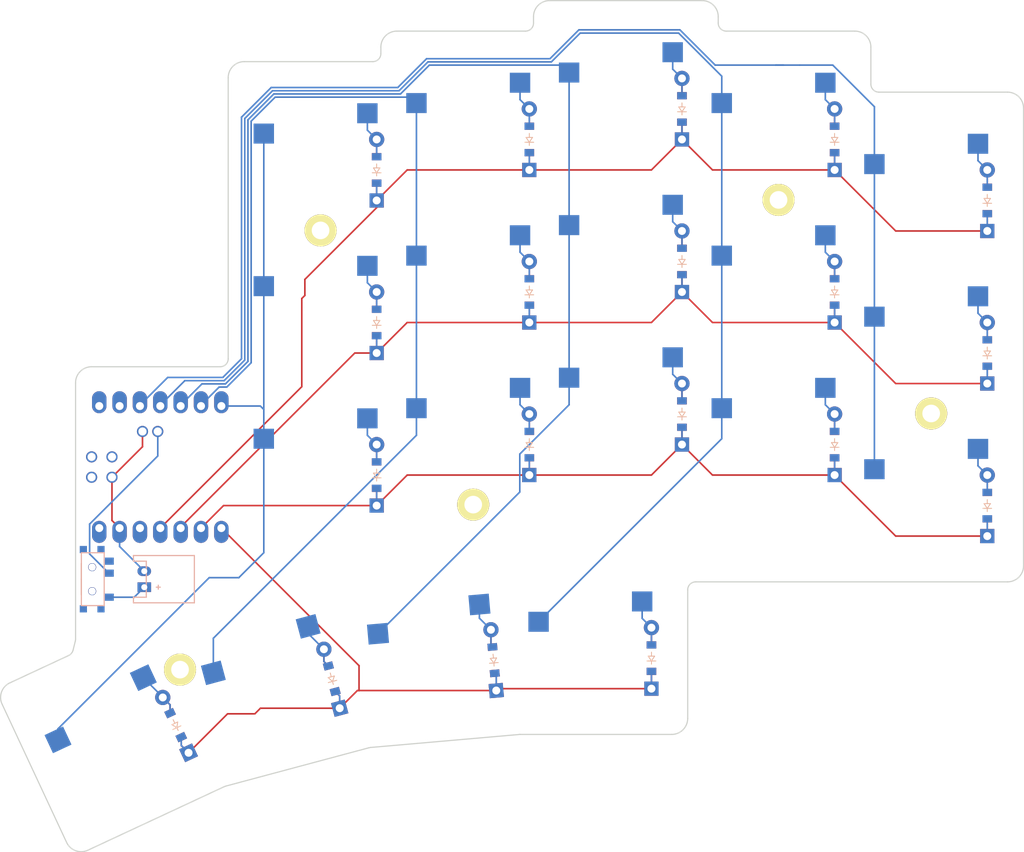
<source format=kicad_pcb>
(kicad_pcb (version 20241229) (generator "pcbnew") (generator_version "9.0")
  (title_block (title "pcb_right") (date "2026-01-03") (rev "4.2.1") (company "Ray Yamada"))
  (layers (0 "F.Cu" signal) (2 "B.Cu" signal) (13 "F.Paste" user) (15 "B.Paste" user) (5 "F.SilkS" user "F.Silkscreen") (7 "B.SilkS" user "B.Silkscreen") (1 "F.Mask" user) (3 "B.Mask" user) (25 "Edge.Cuts" user))
  (net 0 "")
  (net 1 "P2")
  (net 2 "mirror_c1_r1")
  (net 3 "mirror_c1_r2")
  (net 4 "mirror_c1_r3")
  (net 5 "P3")
  (net 6 "mirror_c2_r1")
  (net 7 "mirror_c2_r2")
  (net 8 "mirror_c2_r3")
  (net 9 "P4")
  (net 10 "mirror_c3_r1")
  (net 11 "mirror_c3_r2")
  (net 12 "mirror_c3_r3")
  (net 13 "P5")
  (net 14 "mirror_c4_r1")
  (net 15 "mirror_c4_r2")
  (net 16 "mirror_c4_r3")
  (net 17 "P6")
  (net 18 "mirror_c5_r1")
  (net 19 "mirror_c5_r2")
  (net 20 "mirror_c5_r3")
  (net 21 "mirror_t1_r")
  (net 22 "mirror_t2_r")
  (net 23 "mirror_t3_r")
  (net 24 "mirror_t4_r")
  (net 25 "pos")
  (net 26 "RAW")
  (net 27 "P8")
  (net 28 "P9")
  (net 29 "P10")
  (net 30 "P7")
  (net 31 "VCC5")
  (net 32 "GND")
  (net 33 "VCC3")
  (net 34 "RST")
  (net 35 "CLK")
  (net 36 "DIO")
  (net 37 "P0")
  (net 38 "P1")
  (footprint "E73:SPDT_C128955" (layer "F.Cu") (at 227.7 161.19 90)
    (property "Reference" "T1" (hide yes))
    (property "Value" "" (hide yes))
  )
  (footprint "MX" (layer "F.Cu") (at 256.2 108.09)
    (property "Reference" "S15" (hide yes))
    (property "Value" "" (hide yes))
  )
  (footprint "ComboDiode" (layer "F.Cu") (at 320.35 125.33 90)
    (property "Reference" "D5" (hide yes))
    (property "Value" "" (hide yes))
  )
  (footprint "ComboDiode" (layer "F.Cu") (at 339.4 132.95 90)
    (property "Reference" "D2" (hide yes))
    (property "Value" "" (hide yes))
  )
  (footprint "ComboDiode" (layer "F.Cu") (at 301.3 102.47 90)
    (property "Reference" "D9" (hide yes))
    (property "Value" "" (hide yes))
  )
  (footprint "xiao-ble" (layer "F.Cu") (at 236.2 147.19 90)
    (property "Reference" "_1" (hide yes))
    (property "Value" "" (hide yes))
  )
  (footprint "HOLE_M2_TH" (layer "F.Cu") (at 313.35 113.83)
    (property "Reference" "")
    (property "Value" "")
  )
  (footprint "MX" (layer "F.Cu") (at 275.25 123.33)
    (property "Reference" "S11" (hide yes))
    (property "Value" "" (hide yes))
  )
  (footprint "MX" (layer "F.Cu") (at 290.49 169.05)
    (property "Reference" "S16" (hide yes))
    (property "Value" "" (hide yes))
  )
  (footprint "ComboDiode" (layer "F.Cu") (at 263.2 129.14 90)
    (property "Reference" "D14" (hide yes))
    (property "Value" "" (hide yes))
  )
  (footprint "MX" (layer "F.Cu") (at 332.4 130.95)
    (property "Reference" "S2" (hide yes))
    (property "Value" "" (hide yes))
  )
  (footprint "MX" (layer "F.Cu") (at 332.4 150)
    (property "Reference" "S1" (hide yes))
    (property "Value" "" (hide yes))
  )
  (footprint "MX" (layer "F.Cu") (at 332.4 111.9)
    (property "Reference" "S3" (hide yes))
    (property "Value" "" (hide yes))
  )
  (footprint "ComboDiode" (layer "F.Cu") (at 339.4 113.9 90)
    (property "Reference" "D3" (hide yes))
    (property "Value" "" (hide yes))
  )
  (footprint "MX" (layer "F.Cu") (at 313.35 104.28)
    (property "Reference" "S6" (hide yes))
    (property "Value" "" (hide yes))
  )
  (footprint "ComboDiode" (layer "F.Cu") (at 257.600915 173.620243 105)
    (property "Reference" "D18" (hide yes))
    (property "Value" "" (hide yes))
  )
  (footprint "ComboDiode" (layer "F.Cu") (at 263.2 110.09 90)
    (property "Reference" "D15" (hide yes))
    (property "Value" "" (hide yes))
  )
  (footprint "MX" (layer "F.Cu") (at 294.3 138.57)
    (property "Reference" "S7" (hide yes))
    (property "Value" "" (hide yes))
  )
  (footprint "MX" (layer "F.Cu") (at 275.25 142.38)
    (property "Reference" "S10" (hide yes))
    (property "Value" "" (hide yes))
  )
  (footprint "ComboDiode" (layer "F.Cu") (at 282.25 125.33 90)
    (property "Reference" "D11" (hide yes))
    (property "Value" "" (hide yes))
  )
  (footprint "ComboDiode" (layer "F.Cu") (at 320.35 144.38 90)
    (property "Reference" "D4" (hide yes))
    (property "Value" "" (hide yes))
  )
  (footprint "ComboDiode" (layer "F.Cu") (at 297.49 171.05 90)
    (property "Reference" "D16" (hide yes))
    (property "Value" "" (hide yes))
  )
  (footprint "MX" (layer "F.Cu") (at 270.646087 169.916404 5)
    (property "Reference" "S17" (hide yes))
    (property "Value" "" (hide yes))
  )
  (footprint "ComboDiode" (layer "F.Cu") (at 301.3 121.52 90)
    (property "Reference" "D8" (hide yes))
    (property "Value" "" (hide yes))
  )
  (footprint "ComboDiode" (layer "F.Cu") (at 339.4 152 90)
    (property "Reference" "D1" (hide yes))
    (property "Value" "" (hide yes))
  )
  (footprint "ComboDiode" (layer "F.Cu") (at 282.25 144.38 90)
    (property "Reference" "D10" (hide yes))
    (property "Value" "" (hide yes))
  )
  (footprint "HOLE_M2_TH" (layer "F.Cu") (at 238.661336 172.483431 15)
    (property "Reference" "")
    (property "Value" "")
  )
  (footprint "MX" (layer "F.Cu") (at 230.928583 180.558677 25)
    (property "Reference" "S19" (hide yes))
    (property "Value" "" (hide yes))
  )
  (footprint "HOLE_M2_TH" (layer "F.Cu") (at 332.4 140.5)
    (property "Reference" "")
    (property "Value" "")
  )
  (footprint "JST_PH_S2B-PH-K_02x2.00mm_Angled" (layer "F.Cu") (at 234.2 161.19 90)
    (property "Reference" "JST1" (hide yes))
    (property "Value" "" (hide yes))
  )
  (footprint "MX" (layer "F.Cu") (at 256.2 146.19)
    (property "Reference" "S13" (hide yes))
    (property "Value" "" (hide yes))
  )
  (footprint "MX" (layer "F.Cu") (at 294.3 100.47)
    (property "Reference" "S9" (hide yes))
    (property "Value" "" (hide yes))
  )
  (footprint "MX" (layer "F.Cu") (at 313.35 123.33)
    (property "Reference" "S5" (hide yes))
    (property "Value" "" (hide yes))
  )
  (footprint "HOLE_M2_TH" (layer "F.Cu") (at 275.25 151.88)
    (property "Reference" "")
    (property "Value" "")
  )
  (footprint "MX" (layer "F.Cu") (at 256.2 127.14)
    (property "Reference" "S14" (hide yes))
    (property "Value" "" (hide yes))
  )
  (footprint "MX" (layer "F.Cu") (at 275.25 104.28)
    (property "Reference" "S12" (hide yes))
    (property "Value" "" (hide yes))
  )
  (footprint "ComboDiode" (layer "F.Cu") (at 263.2 148.19 90)
    (property "Reference" "D13" (hide yes))
    (property "Value" "" (hide yes))
  )
  (footprint "ComboDiode" (layer "F.Cu") (at 277.793761 171.298703 95)
    (property "Reference" "D17" (hide yes))
    (property "Value" "" (hide yes))
  )
  (footprint "ComboDiode" (layer "F.Cu") (at 320.35 106.28 90)
    (property "Reference" "D6" (hide yes))
    (property "Value" "" (hide yes))
  )
  (footprint "MX" (layer "F.Cu") (at 294.3 119.52)
    (property "Reference" "S8" (hide yes))
    (property "Value" "" (hide yes))
  )
  (footprint "MX" (layer "F.Cu") (at 250.321796 173.500125 15)
    (property "Reference" "S18" (hide yes))
    (property "Value" "" (hide yes))
  )
  (footprint "ComboDiode" (layer "F.Cu") (at 301.3 140.57 90)
    (property "Reference" "D7" (hide yes))
    (property "Value" "" (hide yes))
  )
  (footprint "ComboDiode" (layer "F.Cu") (at 282.25 106.28 90)
    (property "Reference" "D12" (hide yes))
    (property "Value" "" (hide yes))
  )
  (footprint "ComboDiode" (layer "F.Cu") (at 238.117974 179.412965 115)
    (property "Reference" "D19" (hide yes))
    (property "Value" "" (hide yes))
  )
  (footprint "HOLE_M2_TH" (layer "F.Cu") (at 256.2 117.64)
    (property "Reference" "")
    (property "Value" "")
  )
  (footprint "MX" (layer "F.Cu") (at 313.35 142.38)
    (property "Reference" "S4" (hide yes))
    (property "Value" "" (hide yes))
  )
  (gr_line (start 343.925 102.375) (end 343.925 159.525) (stroke (width 0.15)) (layer "Edge.Cuts"))
  (gr_line (start 302.015 162.525) (end 302.015 178.575) (stroke (width 0.15)) (layer "Edge.Cuts"))
  (gr_line (start 246.675 96.565) (end 262.725 96.565) (stroke (width 0.15)) (layer "Edge.Cuts"))
  (gr_arc (start 225.625 136.665) (mid 226.210786 135.250786) (end 227.625 134.665) (stroke (width 0.15)) (layer "Edge.Cuts"))
  (gr_line (start 263.725 95.565) (end 263.725 94.755) (stroke (width 0.15)) (layer "Edge.Cuts"))
  (gr_line (start 265.725 92.755) (end 281.775 92.755) (stroke (width 0.15)) (layer "Edge.Cuts"))
  (gr_arc (start 244.675 98.565) (mid 245.260786 97.150786) (end 246.675 96.565) (stroke (width 0.15)) (layer "Edge.Cuts"))
  (gr_line (start 225.310948 170.054129) (end 225.594917 168.922707) (stroke (width 0.15)) (layer "Edge.Cuts"))
  (gr_line (start 284.775 88.945) (end 303.825 88.945) (stroke (width 0.15)) (layer "Edge.Cuts"))
  (gr_line (start 324.875 94.755) (end 324.875 99.375) (stroke (width 0.15)) (layer "Edge.Cuts"))
  (gr_arc (start 282.775 90.945) (mid 283.360786 89.530786) (end 284.775 88.945) (stroke (width 0.15)) (layer "Edge.Cuts"))
  (gr_arc (start 341.925 100.375) (mid 343.339214 100.960786) (end 343.925 102.375) (stroke (width 0.15)) (layer "Edge.Cuts"))
  (gr_arc (start 302.015 178.575) (mid 301.429214 179.989214) (end 300.015 180.575) (stroke (width 0.15)) (layer "Edge.Cuts"))
  (gr_line (start 325.875 100.375) (end 341.925 100.375) (stroke (width 0.15)) (layer "Edge.Cuts"))
  (gr_line (start 281.008827 180.578805) (end 262.42327 182.204831) (stroke (width 0.15)) (layer "Edge.Cuts"))
  (gr_line (start 306.825 92.755) (end 322.875 92.755) (stroke (width 0.15)) (layer "Edge.Cuts"))
  (gr_arc (start 227.166677 195.029313) (mid 225.637379 195.096108) (end 224.508825 194.061934) (stroke (width 0.15)) (layer "Edge.Cuts"))
  (gr_arc (start 263.725 94.755) (mid 264.310786 93.340786) (end 265.725 92.755) (stroke (width 0.15)) (layer "Edge.Cuts"))
  (gr_line (start 300.015 180.575) (end 281.095983 180.575) (stroke (width 0.15)) (layer "Edge.Cuts"))
  (gr_arc (start 225.625 168.679272) (mid 225.617454 168.801916) (end 225.594917 168.922707) (stroke (width 0.15)) (layer "Edge.Cuts"))
  (gr_arc (start 262.251607 182.2351) (mid 262.336778 182.21622) (end 262.42327 182.204831) (stroke (width 0.15)) (layer "Edge.Cuts"))
  (gr_arc (start 216.457947 176.796771) (mid 216.391158 175.267473) (end 217.425326 174.138919) (stroke (width 0.15)) (layer "Edge.Cuts"))
  (gr_line (start 244.675 133.665) (end 244.675 98.565) (stroke (width 0.15)) (layer "Edge.Cuts"))
  (gr_line (start 244.193966 187.089358) (end 227.166677 195.029313) (stroke (width 0.15)) (layer "Edge.Cuts"))
  (gr_arc (start 225.310948 170.054129) (mid 225.112164 170.447381) (end 224.763649 170.717003) (stroke (width 0.15)) (layer "Edge.Cuts"))
  (gr_line (start 225.625 168.679272) (end 225.625 136.665) (stroke (width 0.15)) (layer "Edge.Cuts"))
  (gr_line (start 227.625 134.665) (end 243.675 134.665) (stroke (width 0.15)) (layer "Edge.Cuts"))
  (gr_arc (start 302.015 162.525) (mid 302.307893 161.817893) (end 303.015 161.525) (stroke (width 0.15)) (layer "Edge.Cuts"))
  (gr_arc (start 343.925 159.525) (mid 343.339214 160.939214) (end 341.925 161.525) (stroke (width 0.15)) (layer "Edge.Cuts"))
  (gr_line (start 224.508825 194.061934) (end 216.457947 176.796771) (stroke (width 0.15)) (layer "Edge.Cuts"))
  (gr_arc (start 322.875 92.755) (mid 324.289214 93.340786) (end 324.875 94.755) (stroke (width 0.15)) (layer "Edge.Cuts"))
  (gr_line (start 341.925 161.525) (end 303.015 161.525) (stroke (width 0.15)) (layer "Edge.Cuts"))
  (gr_arc (start 306.825 92.755) (mid 306.117893 92.462107) (end 305.825 91.755) (stroke (width 0.15)) (layer "Edge.Cuts"))
  (gr_arc (start 325.875 100.375) (mid 325.167893 100.082107) (end 324.875 99.375) (stroke (width 0.15)) (layer "Edge.Cuts"))
  (gr_line (start 262.251607 182.2351) (end 244.357765 187.02974) (stroke (width 0.15)) (layer "Edge.Cuts"))
  (gr_arc (start 303.825 88.945) (mid 305.239214 89.530786) (end 305.825 90.945) (stroke (width 0.15)) (layer "Edge.Cuts"))
  (gr_arc (start 244.675 133.665) (mid 244.382107 134.372107) (end 243.675 134.665) (stroke (width 0.15)) (layer "Edge.Cuts"))
  (gr_arc (start 244.193966 187.089358) (mid 244.274563 187.05597) (end 244.357765 187.02974) (stroke (width 0.15)) (layer "Edge.Cuts"))
  (gr_line (start 217.425326 174.138919) (end 224.763649 170.717003) (stroke (width 0.15)) (layer "Edge.Cuts"))
  (gr_arc (start 282.775 91.755) (mid 282.482107 92.462107) (end 281.775 92.755) (stroke (width 0.15)) (layer "Edge.Cuts"))
  (gr_line (start 305.825 90.945) (end 305.825 91.755) (stroke (width 0.15)) (layer "Edge.Cuts"))
  (gr_arc (start 263.725 95.565) (mid 263.432107 96.272107) (end 262.725 96.565) (stroke (width 0.15)) (layer "Edge.Cuts"))
  (gr_arc (start 281.008827 180.578805) (mid 281.052364 180.575952) (end 281.095983 180.575) (stroke (width 0.15)) (layer "Edge.Cuts"))
  (gr_line (start 282.775 91.755) (end 282.775 90.945) (stroke (width 0.15)) (layer "Edge.Cuts"))
  (segment (start 265.8339 99.797) (end 250.0397 99.797) (width 0.2) (layer "B.Cu") (net 1))
  (segment (start 269.4329 96.198) (end 265.8339 99.797) (width 0.2) (layer "B.Cu") (net 1))
  (segment (start 320.119 97) (end 316 97) (width 0.2) (layer "B.Cu") (net 1))
  (segment (start 250.0397 99.797) (end 246.336 103.5007) (width 0.2) (layer "B.Cu") (net 1))
  (segment (start 325.315 109.36) (end 325.315 102.196) (width 0.2) (layer "B.Cu") (net 1))
  (segment (start 325.315 128.41) (end 325.315 147.46) (width 0.2) (layer "B.Cu") (net 1))
  (segment (start 246.336 103.5007) (end 246.336 133.664) (width 0.2) (layer "B.Cu") (net 1))
  (segment (start 246.336 133.664) (end 244 136) (width 0.2) (layer "B.Cu") (net 1))
  (segment (start 313 97) (end 314 97) (width 0.2) (layer "B.Cu") (net 1))
  (segment (start 316 97) (end 313 97) (width 0.2) (layer "B.Cu") (net 1))
  (segment (start 233.66 139.46153) (end 233.66 139.57) (width 0.2) (layer "B.Cu") (net 1))
  (segment (start 244 136) (end 237.12153 136) (width 0.2) (layer "B.Cu") (net 1))
  (segment (start 284.8339 96.198) (end 269.4329 96.198) (width 0.2) (layer "B.Cu") (net 1))
  (segment (start 288.4329 92.599) (end 284.8339 96.198) (width 0.2) (layer "B.Cu") (net 1))
  (segment (start 305.4461 97) (end 301.0451 92.599) (width 0.2) (layer "B.Cu") (net 1))
  (segment (start 325.315 109.36) (end 325.315 128.41) (width 0.2) (layer "B.Cu") (net 1))
  (segment (start 325.315 102.196) (end 320.119 97) (width 0.2) (layer "B.Cu") (net 1))
  (segment (start 313 97) (end 305.4461 97) (width 0.2) (layer "B.Cu") (net 1))
  (segment (start 301.0451 92.599) (end 288.4329 92.599) (width 0.2) (layer "B.Cu") (net 1))
  (segment (start 237.12153 136) (end 233.66 139.46153) (width 0.2) (layer "B.Cu") (net 1))
  (segment (start 339.4 148.19) (end 339.4 150.35) (width 0.2) (layer "F.Cu") (net 2))
  (segment (start 338.242 144.92) (end 338.242 147.032) (width 0.2) (layer "B.Cu") (net 2))
  (segment (start 338.242 147.032) (end 339.4 148.19) (width 0.2) (layer "B.Cu") (net 2))
  (segment (start 339.4 148.19) (end 339.4 150.35) (width 0.2) (layer "B.Cu") (net 2))
  (segment (start 339.4 129.14) (end 339.4 131.3) (width 0.2) (layer "F.Cu") (net 3))
  (segment (start 339.4 129.14) (end 339.4 131.3) (width 0.2) (layer "B.Cu") (net 3))
  (segment (start 338.242 125.87) (end 338.242 127.982) (width 0.2) (layer "B.Cu") (net 3))
  (segment (start 338.242 127.982) (end 339.4 129.14) (width 0.2) (layer "B.Cu") (net 3))
  (segment (start 339.4 110.09) (end 339.4 112.25) (width 0.2) (layer "F.Cu") (net 4))
  (segment (start 339.4 110.09) (end 339.4 112.25) (width 0.2) (layer "B.Cu") (net 4))
  (segment (start 338.242 108.932) (end 339.4 110.09) (width 0.2) (layer "B.Cu") (net 4))
  (segment (start 338.242 106.82) (end 338.242 108.932) (width 0.2) (layer "B.Cu") (net 4))
  (segment (start 306.265 101.74) (end 306.265 120.79) (width 0.2) (layer "B.Cu") (net 5))
  (segment (start 269.599 96.599) (end 266 100.198) (width 0.2) (layer "B.Cu") (net 5))
  (segment (start 236.2 139.46153) (end 236.2 139.57) (width 0.2) (layer "B.Cu") (net 5))
  (segment (start 288.599 93) (end 285 96.599) (width 0.2) (layer "B.Cu") (net 5))
  (segment (start 306.265 139.84) (end 306.265 143.65) (width 0.2) (layer "B.Cu") (net 5))
  (segment (start 246.737 133.8301) (end 244.1661 136.401) (width 0.2) (layer "B.Cu") (net 5))
  (segment (start 239.26053 136.401) (end 236.2 139.46153) (width 0.2) (layer "B.Cu") (net 5))
  (segment (start 306.265 98.386) (end 300.879 93) (width 0.2) (layer "B.Cu") (net 5))
  (segment (start 300.879 93) (end 288.599 93) (width 0.2) (layer "B.Cu") (net 5))
  (segment (start 306.265 120.79) (end 306.265 139.84) (width 0.2) (layer "B.Cu") (net 5))
  (segment (start 285 96.599) (end 269.599 96.599) (width 0.2) (layer "B.Cu") (net 5))
  (segment (start 246.737 103.6668) (end 246.737 133.8301) (width 0.2) (layer "B.Cu") (net 5))
  (segment (start 306.265 101.74) (end 306.265 98.386) (width 0.2) (layer "B.Cu") (net 5))
  (segment (start 244.1661 136.401) (end 239.26053 136.401) (width 0.2) (layer "B.Cu") (net 5))
  (segment (start 250.2058 100.198) (end 246.737 103.6668) (width 0.2) (layer "B.Cu") (net 5))
  (segment (start 266 100.198) (end 250.2058 100.198) (width 0.2) (layer "B.Cu") (net 5))
  (segment (start 306.265 143.65) (end 283.405 166.51) (width 0.2) (layer "B.Cu") (net 5))
  (segment (start 320.35 140.57) (end 320.35 142.73) (width 0.2) (layer "F.Cu") (net 6))
  (segment (start 319.192 139.412) (end 320.35 140.57) (width 0.2) (layer "B.Cu") (net 6))
  (segment (start 319.192 137.3) (end 319.192 139.412) (width 0.2) (layer "B.Cu") (net 6))
  (segment (start 320.35 140.57) (end 320.35 142.73) (width 0.2) (layer "B.Cu") (net 6))
  (segment (start 320.35 121.52) (end 320.35 123.68) (width 0.2) (layer "F.Cu") (net 7))
  (segment (start 320.35 121.52) (end 320.35 123.68) (width 0.2) (layer "B.Cu") (net 7))
  (segment (start 319.192 120.362) (end 320.35 121.52) (width 0.2) (layer "B.Cu") (net 7))
  (segment (start 319.192 118.25) (end 319.192 120.362) (width 0.2) (layer "B.Cu") (net 7))
  (segment (start 320.35 102.47) (end 320.35 104.63) (width 0.2) (layer "F.Cu") (net 8))
  (segment (start 319.192 99.2) (end 319.192 101.312) (width 0.2) (layer "B.Cu") (net 8))
  (segment (start 319.192 101.312) (end 320.35 102.47) (width 0.2) (layer "B.Cu") (net 8))
  (segment (start 320.35 102.47) (end 320.35 104.63) (width 0.2) (layer "B.Cu") (net 8))
  (segment (start 286.285 97) (end 269.778 97) (width 0.2) (layer "B.Cu") (net 9))
  (segment (start 247.138 103.8329) (end 247.138 133.9962) (width 0.2) (layer "B.Cu") (net 9))
  (segment (start 281.06 150.31024) (end 263.366672 168.003568) (width 0.2) (layer "B.Cu") (net 9))
  (segment (start 241.39953 136.802) (end 238.74 139.46153) (width 0.2) (layer "B.Cu") (net 9))
  (segment (start 287.215 116.98) (end 287.215 136.03) (width 0.2) (layer "B.Cu") (net 9))
  (segment (start 287.215 139.413) (end 281.06 145.568) (width 0.2) (layer "B.Cu") (net 9))
  (segment (start 281.06 145.568) (end 281.06 150.31024) (width 0.2) (layer "B.Cu") (net 9))
  (segment (start 238.74 139.46153) (end 238.74 139.57) (width 0.2) (layer "B.Cu") (net 9))
  (segment (start 266.179 100.599) (end 250.3719 100.599) (width 0.2) (layer "B.Cu") (net 9))
  (segment (start 287.215 97.93) (end 287.215 116.98) (width 0.2) (layer "B.Cu") (net 9))
  (segment (start 244.3322 136.802) (end 241.39953 136.802) (width 0.2) (layer "B.Cu") (net 9))
  (segment (start 287.215 136.03) (end 287.215 139.413) (width 0.2) (layer "B.Cu") (net 9))
  (segment (start 250.3719 100.599) (end 247.138 103.8329) (width 0.2) (layer "B.Cu") (net 9))
  (segment (start 247.138 133.9962) (end 244.3322 136.802) (width 0.2) (layer "B.Cu") (net 9))
  (segment (start 269.778 97) (end 266.179 100.599) (width 0.2) (layer "B.Cu") (net 9))
  (segment (start 287.215 97.93) (end 286.285 97) (width 0.2) (layer "B.Cu") (net 9))
  (segment (start 301.3 136.76) (end 301.3 138.92) (width 0.2) (layer "F.Cu") (net 10))
  (segment (start 300.142 133.49) (end 300.142 135.602) (width 0.2) (layer "B.Cu") (net 10))
  (segment (start 300.142 135.602) (end 301.3 136.76) (width 0.2) (layer "B.Cu") (net 10))
  (segment (start 301.3 136.76) (end 301.3 138.92) (width 0.2) (layer "B.Cu") (net 10))
  (segment (start 301.3 117.71) (end 301.3 119.87) (width 0.2) (layer "F.Cu") (net 11))
  (segment (start 300.142 116.552) (end 301.3 117.71) (width 0.2) (layer "B.Cu") (net 11))
  (segment (start 300.142 114.44) (end 300.142 116.552) (width 0.2) (layer "B.Cu") (net 11))
  (segment (start 301.3 117.71) (end 301.3 119.87) (width 0.2) (layer "B.Cu") (net 11))
  (segment (start 301.3 98.66) (end 301.3 100.82) (width 0.2) (layer "F.Cu") (net 12))
  (segment (start 301.3 98.66) (end 301.3 100.82) (width 0.2) (layer "B.Cu") (net 12))
  (segment (start 300.142 97.502) (end 301.3 98.66) (width 0.2) (layer "B.Cu") (net 12))
  (segment (start 300.142 95.39) (end 300.142 97.502) (width 0.2) (layer "B.Cu") (net 12))
  (segment (start 268.165 101.74) (end 268.165 120.79) (width 0.2) (layer "B.Cu") (net 13))
  (segment (start 250.538 101) (end 247.539 103.999) (width 0.2) (layer "B.Cu") (net 13))
  (segment (start 247.539 134.1623) (end 244.4983 137.203) (width 0.2) (layer "B.Cu") (net 13))
  (segment (start 268.165 139.84) (end 268.165 143.223) (width 0.2) (layer "B.Cu") (net 13))
  (segment (start 267.425 101) (end 250.538 101) (width 0.2) (layer "B.Cu") (net 13))
  (segment (start 244.4983 137.203) (end 243.53853 137.203) (width 0.2) (layer "B.Cu") (net 13))
  (segment (start 243.53853 137.203) (end 241.28 139.46153) (width 0.2) (layer "B.Cu") (net 13))
  (segment (start 247.539 103.999) (end 247.539 134.1623) (width 0.2) (layer "B.Cu") (net 13))
  (segment (start 268.165 101.74) (end 267.425 101) (width 0.2) (layer "B.Cu") (net 13))
  (segment (start 268.165 143.223) (end 242.820811 168.567189) (width 0.2) (layer "B.Cu") (net 13))
  (segment (start 268.165 120.79) (end 268.165 139.84) (width 0.2) (layer "B.Cu") (net 13))
  (segment (start 242.820811 168.567189) (end 242.820811 172.880406) (width 0.2) (layer "B.Cu") (net 13))
  (segment (start 241.28 139.46153) (end 241.28 139.57) (width 0.2) (layer "B.Cu") (net 13))
  (segment (start 282.25 140.57) (end 282.25 142.73) (width 0.2) (layer "F.Cu") (net 14))
  (segment (start 282.25 140.57) (end 282.25 142.73) (width 0.2) (layer "B.Cu") (net 14))
  (segment (start 281.092 139.412) (end 282.25 140.57) (width 0.2) (layer "B.Cu") (net 14))
  (segment (start 281.092 137.3) (end 281.092 139.412) (width 0.2) (layer "B.Cu") (net 14))
  (segment (start 282.25 121.52) (end 282.25 123.68) (width 0.2) (layer "F.Cu") (net 15))
  (segment (start 282.25 121.52) (end 282.25 123.68) (width 0.2) (layer "B.Cu") (net 15))
  (segment (start 281.092 120.362) (end 282.25 121.52) (width 0.2) (layer "B.Cu") (net 15))
  (segment (start 281.092 118.25) (end 281.092 120.362) (width 0.2) (layer "B.Cu") (net 15))
  (segment (start 282.25 102.47) (end 282.25 104.63) (width 0.2) (layer "F.Cu") (net 16))
  (segment (start 281.092 99.2) (end 281.092 101.312) (width 0.2) (layer "B.Cu") (net 16))
  (segment (start 282.25 102.47) (end 282.25 104.63) (width 0.2) (layer "B.Cu") (net 16))
  (segment (start 281.092 101.312) (end 282.25 102.47) (width 0.2) (layer "B.Cu") (net 16))
  (segment (start 243.82 139.57) (end 248.685 139.57) (width 0.2) (layer "B.Cu") (net 17))
  (segment (start 246 161) (end 242.305626 161) (width 0.2) (layer "B.Cu") (net 17))
  (segment (start 249.115 143.65) (end 249.115 157.885) (width 0.2) (layer "B.Cu") (net 17))
  (segment (start 249.115 124.6) (end 249.115 140) (width 0.2) (layer "B.Cu") (net 17))
  (segment (start 242.305626 161) (end 223.433942 179.871684) (width 0.2) (layer "B.Cu") (net 17))
  (segment (start 223.433942 179.871684) (end 223.433942 181.250906) (width 0.2) (layer "B.Cu") (net 17))
  (segment (start 249.115 157.885) (end 246 161) (width 0.2) (layer "B.Cu") (net 17))
  (segment (start 248.685 139.57) (end 249.115 140) (width 0.2) (layer "B.Cu") (net 17))
  (segment (start 249.115 105.55) (end 249.115 124.6) (width 0.2) (layer "B.Cu") (net 17))
  (segment (start 249.115 140) (end 249.115 143.65) (width 0.2) (layer "B.Cu") (net 17))
  (segment (start 263.2 144.38) (end 263.2 146.54) (width 0.2) (layer "F.Cu") (net 18))
  (segment (start 262.042 141.11) (end 262.042 143.222) (width 0.2) (layer "B.Cu") (net 18))
  (segment (start 262.042 143.222) (end 263.2 144.38) (width 0.2) (layer "B.Cu") (net 18))
  (segment (start 263.2 144.38) (end 263.2 146.54) (width 0.2) (layer "B.Cu") (net 18))
  (segment (start 263.2 125.33) (end 263.2 127.49) (width 0.2) (layer "F.Cu") (net 19))
  (segment (start 263.2 125.33) (end 263.2 127.49) (width 0.2) (layer "B.Cu") (net 19))
  (segment (start 262.042 122.06) (end 262.042 124.172) (width 0.2) (layer "B.Cu") (net 19))
  (segment (start 262.042 124.172) (end 263.2 125.33) (width 0.2) (layer "B.Cu") (net 19))
  (segment (start 263.2 106.28) (end 263.2 108.44) (width 0.2) (layer "F.Cu") (net 20))
  (segment (start 262.042 105.122) (end 263.2 106.28) (width 0.2) (layer "B.Cu") (net 20))
  (segment (start 262.042 103.01) (end 262.042 105.122) (width 0.2) (layer "B.Cu") (net 20))
  (segment (start 263.2 106.28) (end 263.2 108.44) (width 0.2) (layer "B.Cu") (net 20))
  (segment (start 297.49 167.24) (end 297.49 169.4) (width 0.2) (layer "F.Cu") (net 21))
  (segment (start 296.332 163.97) (end 296.332 166.082) (width 0.2) (layer "B.Cu") (net 21))
  (segment (start 296.332 166.082) (end 297.49 167.24) (width 0.2) (layer "B.Cu") (net 21))
  (segment (start 297.49 167.24) (end 297.49 169.4) (width 0.2) (layer "B.Cu") (net 21))
  (segment (start 277.461698 167.503201) (end 277.461698 169.466726) (width 0.2) (layer "F.Cu") (net 22))
  (segment (start 277.461698 169.466726) (end 277.649954 169.654982) (width 0.2) (layer "F.Cu") (net 22))
  (segment (start 277.461698 169.466726) (end 277.649954 169.654982) (width 0.2) (layer "B.Cu") (net 22))
  (segment (start 276.023105 164.346571) (end 276.023105 166.064608) (width 0.2) (layer "B.Cu") (net 22))
  (segment (start 277.461698 167.503201) (end 277.461698 169.466726) (width 0.2) (layer "B.Cu") (net 22))
  (segment (start 276.023105 166.064608) (end 277.461698 167.503201) (width 0.2) (layer "B.Cu") (net 22))
  (segment (start 256.614814 171.467415) (end 257.173864 172.026465) (width 0.2) (layer "F.Cu") (net 23))
  (segment (start 256.614814 169.940066) (end 256.614814 171.467415) (width 0.2) (layer "F.Cu") (net 23))
  (segment (start 256.614814 171.467415) (end 257.173864 172.026465) (width 0.2) (layer "B.Cu") (net 23))
  (segment (start 254.649934 167.975186) (end 254.649934 167.081201) (width 0.2) (layer "B.Cu") (net 23))
  (segment (start 256.614814 169.940066) (end 254.649934 167.975186) (width 0.2) (layer "B.Cu") (net 23))
  (segment (start 256.614814 169.940066) (end 256.614814 171.467415) (width 0.2) (layer "B.Cu") (net 23))
  (segment (start 237.420654 176.872788) (end 237.420654 177.917557) (width 0.2) (layer "F.Cu") (net 24))
  (segment (start 236.507798 175.959932) (end 237.420654 176.872788) (width 0.2) (layer "F.Cu") (net 24))
  (segment (start 237.420654 176.872788) (end 237.420654 177.917557) (width 0.2) (layer "B.Cu") (net 24))
  (segment (start 234.076332 173.485698) (end 236.507798 175.917164) (width 0.2) (layer "B.Cu") (net 24))
  (segment (start 236.507798 175.959932) (end 237.420654 176.872788) (width 0.2) (layer "B.Cu") (net 24))
  (segment (start 236.507798 175.917164) (end 236.507798 175.959932) (width 0.2) (layer "B.Cu") (net 24))
  (segment (start 229.775 163.44) (end 232.95 163.44) (width 0.2) (layer "B.Cu") (net 25))
  (segment (start 232.95 163.44) (end 234.2 162.19) (width 0.2) (layer "B.Cu") (net 25))
  (segment (start 227.379 154.31253) (end 235.883 145.80853) (width 0.2) (layer "B.Cu") (net 26))
  (segment (start 229.775 160.44) (end 227.379 158.044) (width 0.2) (layer "B.Cu") (net 26))
  (segment (start 235.883 145.80853) (end 235.883 142.745) (width 0.2) (layer "B.Cu") (net 26))
  (segment (start 227.379 158.044) (end 227.379 154.31253) (width 0.2) (layer "B.Cu") (net 26))
  (segment (start 305.11 148.19) (end 301.3 144.38) (width 0.2) (layer "F.Cu") (net 27))
  (segment (start 244.09 152) (end 241.28 154.81) (width 0.2) (layer "F.Cu") (net 27))
  (segment (start 339.4 155.81) (end 327.97 155.81) (width 0.2) (layer "F.Cu") (net 27))
  (segment (start 263.2 152) (end 263.2 149.84) (width 0.2) (layer "F.Cu") (net 27))
  (segment (start 320.35 148.19) (end 305.11 148.19) (width 0.2) (layer "F.Cu") (net 27))
  (segment (start 297.49 148.19) (end 301.3 144.38) (width 0.2) (layer "F.Cu") (net 27))
  (segment (start 263.2 152) (end 244.09 152) (width 0.2) (layer "F.Cu") (net 27))
  (segment (start 339.4 155.81) (end 339.4 153.65) (width 0.2) (layer "F.Cu") (net 27))
  (segment (start 327.97 155.81) (end 320.35 148.19) (width 0.2) (layer "F.Cu") (net 27))
  (segment (start 282.25 148.19) (end 297.49 148.19) (width 0.2) (layer "F.Cu") (net 27))
  (segment (start 263.2 152) (end 267.01 148.19) (width 0.2) (layer "F.Cu") (net 27))
  (segment (start 282.25 148.19) (end 282.25 146.03) (width 0.2) (layer "F.Cu") (net 27))
  (segment (start 320.35 148.19) (end 320.35 146.03) (width 0.2) (layer "F.Cu") (net 27))
  (segment (start 301.3 144.38) (end 301.3 142.22) (width 0.2) (layer "F.Cu") (net 27))
  (segment (start 267.01 148.19) (end 282.25 148.19) (width 0.2) (layer "F.Cu") (net 27))
  (segment (start 320.35 148.19) (end 320.35 146.03) (width 0.2) (layer "B.Cu") (net 27))
  (segment (start 339.4 155.81) (end 339.4 153.65) (width 0.2) (layer "B.Cu") (net 27))
  (segment (start 282.25 148.19) (end 282.25 146.03) (width 0.2) (layer "B.Cu") (net 27))
  (segment (start 301.3 144.38) (end 301.3 142.22) (width 0.2) (layer "B.Cu") (net 27))
  (segment (start 263.2 152) (end 263.2 149.84) (width 0.2) (layer "B.Cu") (net 27))
  (segment (start 238.74 154.682291) (end 238.74 154.81) (width 0.2) (layer "F.Cu") (net 28))
  (segment (start 263.2 132.95) (end 263.2 130.79) (width 0.2) (layer "F.Cu") (net 28))
  (segment (start 282.25 129.14) (end 282.25 126.98) (width 0.2) (layer "F.Cu") (net 28))
  (segment (start 320.35 129.14) (end 320.35 126.98) (width 0.2) (layer "F.Cu") (net 28))
  (segment (start 339.4 136.76) (end 327.97 136.76) (width 0.2) (layer "F.Cu") (net 28))
  (segment (start 327.97 136.76) (end 320.35 129.14) (width 0.2) (layer "F.Cu") (net 28))
  (segment (start 282.25 129.14) (end 267.01 129.14) (width 0.2) (layer "F.Cu") (net 28))
  (segment (start 260.472291 132.95) (end 238.74 154.682291) (width 0.2) (layer "F.Cu") (net 28))
  (segment (start 301.3 125.33) (end 301.3 123.17) (width 0.2) (layer "F.Cu") (net 28))
  (segment (start 305.11 129.14) (end 301.3 125.33) (width 0.2) (layer "F.Cu") (net 28))
  (segment (start 267.01 129.14) (end 263.2 132.95) (width 0.2) (layer "F.Cu") (net 28))
  (segment (start 320.35 129.14) (end 305.11 129.14) (width 0.2) (layer "F.Cu") (net 28))
  (segment (start 282.25 129.14) (end 297.49 129.14) (width 0.2) (layer "F.Cu") (net 28))
  (segment (start 297.49 129.14) (end 301.3 125.33) (width 0.2) (layer "F.Cu") (net 28))
  (segment (start 339.4 136.76) (end 339.4 134.6) (width 0.2) (layer "F.Cu") (net 28))
  (segment (start 263.2 132.95) (end 260.472291 132.95) (width 0.2) (layer "F.Cu") (net 28))
  (segment (start 320.35 126.98) (end 320.35 129.14) (width 0.2) (layer "B.Cu") (net 28))
  (segment (start 339.4 136.76) (end 339.4 134.6) (width 0.2) (layer "B.Cu") (net 28))
  (segment (start 263.2 130.79) (end 263.2 132.95) (width 0.2) (layer "B.Cu") (net 28))
  (segment (start 301.3 123.17) (end 301.3 125.33) (width 0.2) (layer "B.Cu") (net 28))
  (segment (start 282.25 126.98) (end 282.25 129.14) (width 0.2) (layer "B.Cu") (net 28))
  (segment (start 301.3 106.28) (end 305.11 110.09) (width 0.2) (layer "F.Cu") (net 29))
  (segment (start 253.8551 137.1549) (end 236.2 154.81) (width 0.2) (layer "F.Cu") (net 29))
  (segment (start 339.4 117.71) (end 327.97 117.71) (width 0.2) (layer "F.Cu") (net 29))
  (segment (start 254.241 125.759) (end 253.8551 126.1449) (width 0.2) (layer "F.Cu") (net 29))
  (segment (start 282.25 110.09) (end 267.01 110.09) (width 0.2) (layer "F.Cu") (net 29))
  (segment (start 339.4 115.55) (end 339.4 117.71) (width 0.2) (layer "F.Cu") (net 29))
  (segment (start 263.2 113.9) (end 263.2 114.8) (width 0.2) (layer "F.Cu") (net 29))
  (segment (start 263.2 114.8) (end 254.241 123.759) (width 0.2) (layer "F.Cu") (net 29))
  (segment (start 327.97 117.71) (end 320.35 110.09) (width 0.2) (layer "F.Cu") (net 29))
  (segment (start 297.49 110.09) (end 301.3 106.28) (width 0.2) (layer "F.Cu") (net 29))
  (segment (start 253.8551 126.1449) (end 253.8551 137.1549) (width 0.2) (layer "F.Cu") (net 29))
  (segment (start 263.2 113.9) (end 263.2 111.74) (width 0.2) (layer "F.Cu") (net 29))
  (segment (start 282.25 110.09) (end 297.49 110.09) (width 0.2) (layer "F.Cu") (net 29))
  (segment (start 267.01 110.09) (end 263.2 113.9) (width 0.2) (layer "F.Cu") (net 29))
  (segment (start 301.3 106.28) (end 301.3 104.12) (width 0.2) (layer "F.Cu") (net 29))
  (segment (start 320.35 110.09) (end 320.35 107.93) (width 0.2) (layer "F.Cu") (net 29))
  (segment (start 305.11 110.09) (end 320.35 110.09) (width 0.2) (layer "F.Cu") (net 29))
  (segment (start 282.25 110.09) (end 282.25 107.93) (width 0.2) (layer "F.Cu") (net 29))
  (segment (start 254.241 123.759) (end 254.241 125.759) (width 0.2) (layer "F.Cu") (net 29))
  (segment (start 301.3 104.12) (end 301.3 106.28) (width 0.2) (layer "B.Cu") (net 29))
  (segment (start 339.4 117.71) (end 339.4 115.55) (width 0.2) (layer "B.Cu") (net 29))
  (segment (start 263.2 111.74) (end 263.2 113.9) (width 0.2) (layer "B.Cu") (net 29))
  (segment (start 282.25 107.93) (end 282.25 110.09) (width 0.2) (layer "B.Cu") (net 29))
  (segment (start 320.35 110.09) (end 320.35 107.93) (width 0.2) (layer "B.Cu") (net 29))
  (segment (start 248.69958 177.30042) (end 258.587016 177.30042) (width 0.2) (layer "F.Cu") (net 30))
  (segment (start 243.82 154.81) (end 261 171.99) (width 0.2) (layer "F.Cu") (net 30))
  (segment (start 258.027966 175.214021) (end 258.587016 175.773071) (width 0.2) (layer "F.Cu") (net 30))
  (segment (start 239.72815 182.865998) (end 244.594148 178) (width 0.2) (layer "F.Cu") (net 30))
  (segment (start 261 171.99) (end 261 175.094205) (width 0.2) (layer "F.Cu") (net 30))
  (segment (start 261 175.094205) (end 278.125824 175.094205) (width 0.2) (layer "F.Cu") (net 30))
  (segment (start 297.49 174.86) (end 297.49 172.7) (width 0.2) (layer "F.Cu") (net 30))
  (segment (start 278.360029 174.86) (end 278.125824 175.094205) (width 0.2) (layer "F.Cu") (net 30))
  (segment (start 244.594148 178) (end 248 178) (width 0.2) (layer "F.Cu") (net 30))
  (segment (start 238.815294 181.953142) (end 239.72815 182.865998) (width 0.2) (layer "F.Cu") (net 30))
  (segment (start 278.125824 175.094205) (end 278.125824 173.13068) (width 0.2) (layer "F.Cu") (net 30))
  (segment (start 238.815294 180.908373) (end 238.815294 181.953142) (width 0.2) (layer "F.Cu") (net 30))
  (segment (start 297.49 174.86) (end 278.360029 174.86) (width 0.2) (layer "F.Cu") (net 30))
  (segment (start 258.587016 177.30042) (end 260.793231 175.094205) (width 0.2) (layer "F.Cu") (net 30))
  (segment (start 278.125824 173.13068) (end 277.937568 172.942424) (width 0.2) (layer "F.Cu") (net 30))
  (segment (start 258.587016 175.773071) (end 258.587016 177.30042) (width 0.2) (layer "F.Cu") (net 30))
  (segment (start 248 178) (end 248.69958 177.30042) (width 0.2) (layer "F.Cu") (net 30))
  (segment (start 260.793231 175.094205) (end 261 175.094205) (width 0.2) (layer "F.Cu") (net 30))
  (segment (start 278.125824 175.094205) (end 278.125824 173.13068) (width 0.2) (layer "B.Cu") (net 30))
  (segment (start 278.125824 173.13068) (end 277.937568 172.942424) (width 0.2) (layer "B.Cu") (net 30))
  (segment (start 297.49 174.86) (end 297.49 172.7) (width 0.2) (layer "B.Cu") (net 30))
  (segment (start 258.027966 175.214021) (end 258.587016 175.773071) (width 0.2) (layer "B.Cu") (net 30))
  (segment (start 258.587016 175.773071) (end 258.587016 177.30042) (width 0.2) (layer "B.Cu") (net 30))
  (segment (start 238.815294 181.953142) (end 239.72815 182.865998) (width 0.2) (layer "B.Cu") (net 30))
  (segment (start 238.815294 180.908373) (end 238.815294 181.953142) (width 0.2) (layer "B.Cu") (net 30))
  (segment (start 230.168 153.858) (end 231.12 154.81) (width 0.2) (layer "F.Cu") (net 32))
  (segment (start 233.978 142.745) (end 233.978 144.65) (width 0.2) (layer "F.Cu") (net 32))
  (segment (start 233.978 144.65) (end 230.168 148.46) (width 0.2) (layer "F.Cu") (net 32))
  (segment (start 230.168 148.46) (end 230.168 153.858) (width 0.2) (layer "F.Cu") (net 32))
  (segment (start 231.12 157.11) (end 231.12 154.81) (width 0.2) (layer "B.Cu") (net 32))
  (segment (start 234.2 160.19) (end 231.12 157.11) (width 0.2) (layer "B.Cu") (net 32))
)
</source>
